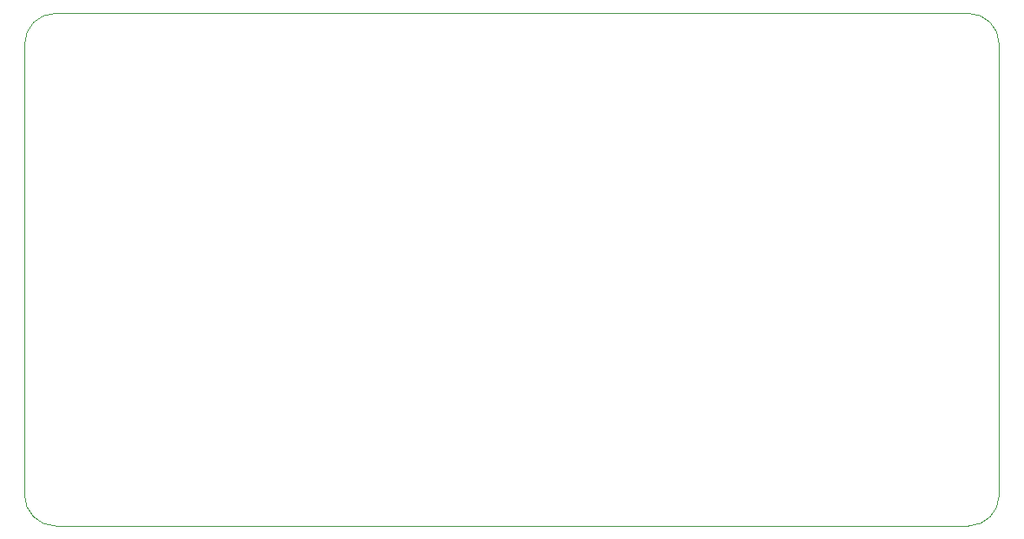
<source format=gbr>
%TF.GenerationSoftware,KiCad,Pcbnew,5.1.9*%
%TF.CreationDate,2021-02-01T10:15:42+01:00*%
%TF.ProjectId,ROM_27_28_DIP,524f4d5f-3237-45f3-9238-5f4449502e6b,1.1*%
%TF.SameCoordinates,Original*%
%TF.FileFunction,Profile,NP*%
%FSLAX46Y46*%
G04 Gerber Fmt 4.6, Leading zero omitted, Abs format (unit mm)*
G04 Created by KiCad (PCBNEW 5.1.9) date 2021-02-01 10:15:42*
%MOMM*%
%LPD*%
G01*
G04 APERTURE LIST*
%TA.AperFunction,Profile*%
%ADD10C,0.050000*%
%TD*%
G04 APERTURE END LIST*
D10*
X182000000Y-105000000D02*
G75*
G02*
X185000000Y-108000000I0J-3000000D01*
G01*
X185000000Y-152000000D02*
G75*
G02*
X182000000Y-155000000I-3000000J0D01*
G01*
X93000000Y-155000000D02*
G75*
G02*
X90000000Y-152000000I0J3000000D01*
G01*
X90000000Y-108000000D02*
G75*
G02*
X93000000Y-105000000I3000000J0D01*
G01*
X185000000Y-108000000D02*
X185000000Y-152000000D01*
X93000000Y-105000000D02*
X182000000Y-105000000D01*
X90000000Y-152000000D02*
X90000000Y-108000000D01*
X182000000Y-155000000D02*
X93000000Y-155000000D01*
M02*

</source>
